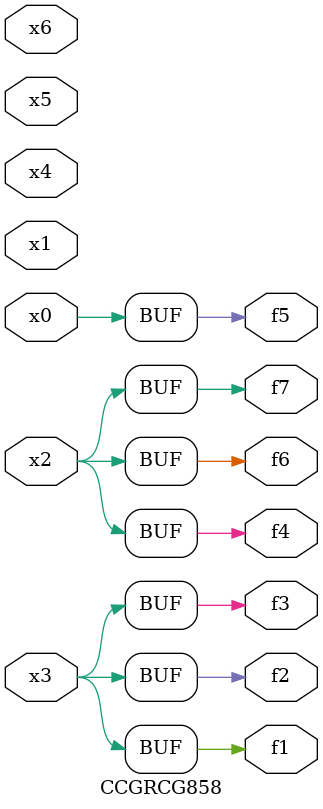
<source format=v>
module CCGRCG858(
	input x0, x1, x2, x3, x4, x5, x6,
	output f1, f2, f3, f4, f5, f6, f7
);
	assign f1 = x3;
	assign f2 = x3;
	assign f3 = x3;
	assign f4 = x2;
	assign f5 = x0;
	assign f6 = x2;
	assign f7 = x2;
endmodule

</source>
